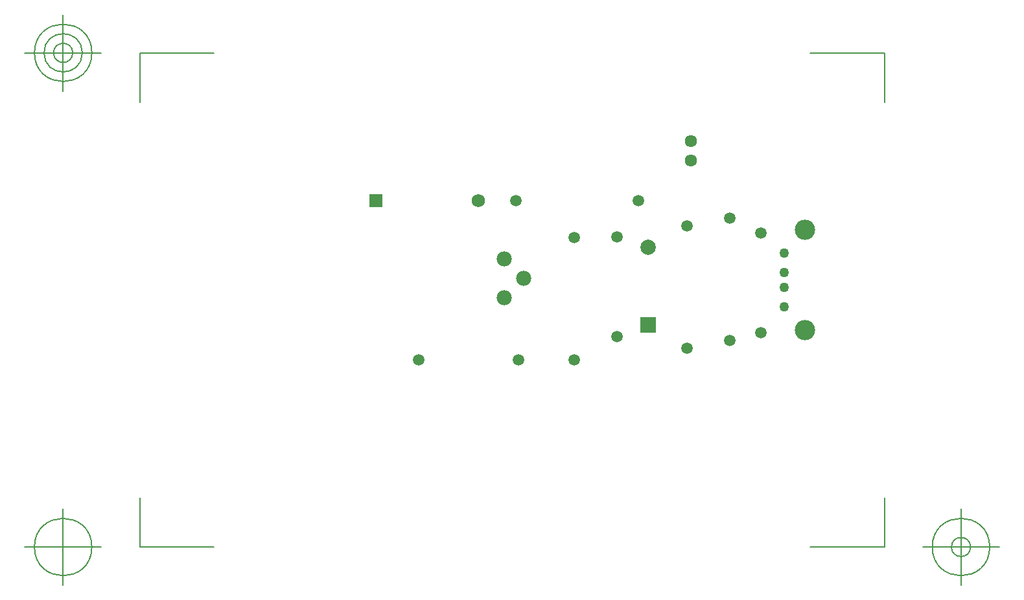
<source format=gbr>
G04 Generated by Ultiboard 13.0 *
%FSLAX25Y25*%
%MOIN*%

%ADD10C,0.00001*%
%ADD11C,0.00500*%
%ADD12C,0.05022*%
%ADD13C,0.10455*%
%ADD14C,0.05906*%
%ADD15C,0.07834*%
%ADD16C,0.07874*%
%ADD17R,0.07874X0.07874*%
%ADD18C,0.06334*%
%ADD19R,0.06900X0.06900*%
%ADD20C,0.06900*%


G04 ColorRGB 9900CC for the following layer *
%LNSolder Mask Bottom*%
%LPD*%
G54D10*
G54D11*
X20500Y65500D02*
X20500Y90950D01*
X20500Y65500D02*
X58804Y65500D01*
X403535Y65500D02*
X365232Y65500D01*
X403535Y65500D02*
X403535Y90950D01*
X403535Y320000D02*
X403535Y294550D01*
X403535Y320000D02*
X365232Y320000D01*
X20500Y320000D02*
X58804Y320000D01*
X20500Y320000D02*
X20500Y294550D01*
X815Y65500D02*
X-38555Y65500D01*
X-18870Y45815D02*
X-18870Y85185D01*
X-33634Y65500D02*
G75*
D01*
G02X-33634Y65500I14764J0*
G01*
X423220Y65500D02*
X462591Y65500D01*
X442906Y45815D02*
X442906Y85185D01*
X428142Y65500D02*
G75*
D01*
G02X428142Y65500I14764J0*
G01*
X437984Y65500D02*
G75*
D01*
G02X437984Y65500I4922J0*
G01*
X815Y320000D02*
X-38555Y320000D01*
X-18870Y300315D02*
X-18870Y339685D01*
X-33634Y320000D02*
G75*
D01*
G02X-33634Y320000I14764J0*
G01*
X-28713Y320000D02*
G75*
D01*
G02X-28713Y320000I9843J0*
G01*
X-23791Y320000D02*
G75*
D01*
G02X-23791Y320000I4921J0*
G01*
G54D12*
X352000Y189268D03*
X352000Y216827D03*
X352000Y206984D03*
X352000Y199110D03*
G54D13*
X362669Y177181D03*
X362669Y228913D03*
G54D14*
X324000Y234992D03*
X324000Y172000D03*
X302000Y230992D03*
X302000Y168000D03*
X244000Y224992D03*
X244000Y162000D03*
X266000Y225181D03*
X266000Y174000D03*
X340000Y227181D03*
X340000Y176000D03*
X276992Y244000D03*
X214000Y244000D03*
X215181Y162000D03*
X164000Y162000D03*
G54D15*
X218000Y204000D03*
X208000Y194000D03*
X208000Y214000D03*
G54D16*
X282000Y220000D03*
G54D17*
X282000Y180000D03*
G54D18*
X304000Y264442D03*
X304000Y274442D03*
G54D19*
X142000Y244000D03*
G54D20*
X194756Y244000D03*

M02*

</source>
